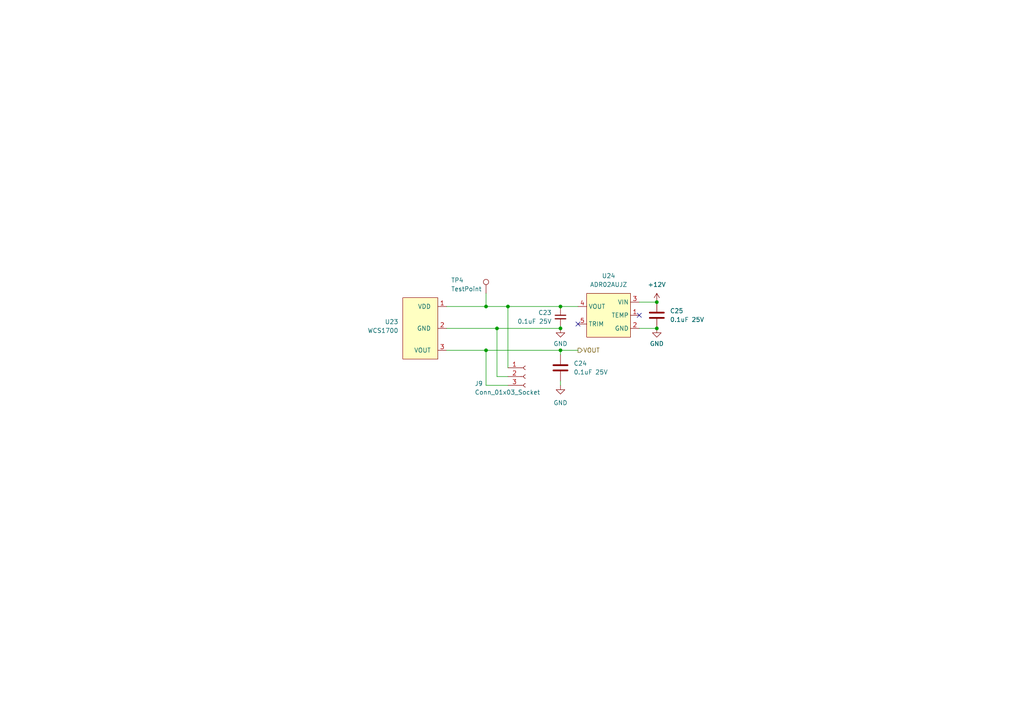
<source format=kicad_sch>
(kicad_sch (version 20230121) (generator eeschema)
  (paper "A4")
  (title_block (title "WCS1700 Calibrator") (date "2023-08-08") (rev "2.0") (comment 1 "Ed Katynski") (comment 2 "(PENDING REVIEW)"))
  (lib_symbols
    (symbol "Connector:Conn_01x03_Socket" (pin_names (offset 1.016) hide)
      (property "Reference" "J" (at 0 5.08 0))
      (property "Value" "Conn_01x03_Socket" (at 0 -5.08 0))
      (symbol "Conn_01x03_Socket_1_1"
        (arc (start 0 -2.032) (mid -0.5058 -2.54) (end 0 -3.048) (stroke (width 0.1524)))
        (polyline (pts (xy -1.27 -2.54) (xy -0.508 -2.54)) (stroke (width 0.1524)))
        (polyline (pts (xy -1.27 0) (xy -0.508 0)) (stroke (width 0.1524)))
        (polyline (pts (xy -1.27 2.54) (xy -0.508 2.54)) (stroke (width 0.1524)))
        (arc (start 0 0.508) (mid -0.5058 0) (end 0 -0.508) (stroke (width 0.1524)))
        (arc (start 0 3.048) (mid -0.5058 2.54) (end 0 2.032) (stroke (width 0.1524)))
        (pin passive line (at -5.08 2.54 0) (length 3.81) (name "Pin_1") (number "1"))
        (pin passive line (at -5.08 0 0) (length 3.81) (name "Pin_2") (number "2"))
        (pin passive line (at -5.08 -2.54 0) (length 3.81) (name "Pin_3") (number "3"))
      )
    )
    (symbol "Connector:TestPoint" (pin_numbers hide) (pin_names (offset 0.762) hide)
      (property "Reference" "TP" (at 0 6.858 0))
      (property "Value" "TestPoint" (at 0 5.08 0))
      (symbol "TestPoint_0_1"
        (circle (center 0 3.302) (radius 0.762))
      )
      (symbol "TestPoint_1_1"
        (pin passive line (at 0 0 90) (length 2.54) (name "1") (number "1"))
      )
    )
    (symbol "Device:C" (pin_numbers hide) (pin_names (offset 0.254))
      (property "Reference" "C" (at 0.635 2.54 0))
      (property "Value" "C" (at 0.635 -2.54 0))
      (symbol "C_0_1"
        (polyline (pts (xy -2.032 -0.762) (xy 2.032 -0.762)) (stroke (width 0.508)))
        (polyline (pts (xy -2.032 0.762) (xy 2.032 0.762)) (stroke (width 0.508)))
      )
      (symbol "C_1_1"
        (pin passive line (at 0 3.81 270) (length 2.794) (name "~") (number "1"))
        (pin passive line (at 0 -3.81 90) (length 2.794) (name "~") (number "2"))
      )
    )
    (symbol "Device:C_Small" (pin_numbers hide) (pin_names (offset 0.254) hide)
      (property "Reference" "C" (at 0.254 1.778 0))
      (property "Value" "C_Small" (at 0.254 -2.032 0))
      (symbol "C_Small_0_1"
        (polyline (pts (xy -1.524 -0.508) (xy 1.524 -0.508)) (stroke (width 0.3302)))
        (polyline (pts (xy -1.524 0.508) (xy 1.524 0.508)) (stroke (width 0.3048)))
      )
      (symbol "C_Small_1_1"
        (pin passive line (at 0 2.54 270) (length 2.032) (name "~") (number "1"))
        (pin passive line (at 0 -2.54 90) (length 2.032) (name "~") (number "2"))
      )
    )
    (symbol "Sensor_Hall_Effect:WCS1700" (pin_names (offset 2))
      (property "Reference" "U" (at 0 0 0))
      (property "Value" "WCS1700" (at 1.27 -2.54 0))
      (property "Application Note" "http://www.winson.com.tw/uploads/images/WCS%20Application%20note.pdf" (at 0 0 0))
      (symbol "WCS1700_0_1"
        (rectangle (start -7.62 -3.81) (end 10.16 -13.97) (fill (type background)))
      )
      (symbol "WCS1700_1_1"
        (pin power_in line (at -5.08 -16.51 90) (length 2.54) (name "VDD") (number "1"))
        (pin power_in line (at 1.27 -16.51 90) (length 2.54) (name "GND") (number "2"))
        (pin output line (at 7.62 -16.51 90) (length 2.54) (name "VOUT") (number "3"))
        (pin input line (at 1.27 -16.51 90) (length 2.54) hide (name "MP") (number "4"))
        (pin input line (at 1.27 -16.51 90) (length 2.54) hide (name "MP") (number "5"))
      )
    )
    (symbol "power:+12V" (power) (pin_names (offset 0))
      (property "Value" "+12V" (at 0 3.556 0))
      (symbol "+12V_0_1"
        (polyline (pts (xy -0.762 1.27) (xy 0 2.54)))
        (polyline (pts (xy 0 0) (xy 0 2.54)))
        (polyline (pts (xy 0 2.54) (xy 0.762 1.27)))
      )
      (symbol "+12V_1_1"
        (pin power_in line (at 0 0 90) (length 0) hide (name "+12V") (number "1"))
      )
    )
    (symbol "power:GND" (power) (pin_names (offset 0))
      (property "Value" "GND" (at 0 -3.81 0))
      (symbol "GND_0_1"
        (polyline (pts (xy 0 0) (xy 0 -1.27) (xy 1.27 -1.27) (xy 0 -2.54) (xy -1.27 -1.27) (xy 0 -1.27)))
      )
      (symbol "GND_1_1"
        (pin power_in line (at 0 0 270) (length 0) hide (name "GND") (number "1"))
      )
    )
    (symbol "v_ref:ADR02AUJZ"
      (property "Reference" "U" (at 0 3.81 0))
      (property "Value" "ADR02AUJZ" (at 0 1.27 0))
      (symbol "ADR02AUJZ_1_1"
        (rectangle (start -6.35 0) (end 6.35 -12.7) (fill (type background)))
        (pin input line (at -8.89 -6.35 0) (length 2.54) (name "TEMP") (number "1"))
        (pin power_in line (at -8.89 -10.16 0) (length 2.54) (name "GND") (number "2"))
        (pin power_in line (at -8.89 -2.54 0) (length 2.54) (name "VIN") (number "3"))
        (pin power_out line (at 8.89 -3.81 180) (length 2.54) (name "VOUT") (number "4"))
        (pin input line (at 8.89 -8.89 180) (length 2.54) (name "TRIM") (number "5"))
      )
    )
  )
  (junction (at 162.56 101.6))
  (junction (at 190.5 87.63))
  (junction (at 190.5 95.25))
  (junction (at 140.97 88.9))
  (junction (at 162.56 95.25))
  (junction (at 147.32 88.9))
  (junction (at 144.145 95.25))
  (junction (at 162.56 88.9))
  (junction (at 140.97 101.6))
  (no_connect (at 185.42 91.44))
  (no_connect (at 167.64 93.98))
  (wire (pts (xy 147.32 88.9) (xy 162.56 88.9)))
  (wire (pts (xy 147.32 88.9) (xy 147.32 106.68)))
  (wire (pts (xy 162.56 101.6) (xy 140.97 101.6)))
  (wire (pts (xy 162.56 88.9) (xy 167.64 88.9)))
  (wire (pts (xy 147.32 111.76) (xy 140.97 111.76)))
  (wire (pts (xy 140.97 88.9) (xy 147.32 88.9)))
  (wire (pts (xy 129.54 101.6) (xy 140.97 101.6)))
  (wire (pts (xy 144.145 109.22) (xy 144.145 95.25)))
  (wire (pts (xy 162.56 102.87) (xy 162.56 101.6)))
  (wire (pts (xy 140.97 85.09) (xy 140.97 88.9)))
  (wire (pts (xy 162.56 101.6) (xy 167.64 101.6)))
  (wire (pts (xy 129.54 88.9) (xy 140.97 88.9)))
  (wire (pts (xy 147.32 109.22) (xy 144.145 109.22)))
  (wire (pts (xy 140.97 111.76) (xy 140.97 101.6)))
  (wire (pts (xy 144.145 95.25) (xy 162.56 95.25)))
  (wire (pts (xy 162.56 88.9) (xy 162.56 89.408)))
  (wire (pts (xy 162.56 110.49) (xy 162.56 111.76)))
  (wire (pts (xy 129.54 95.25) (xy 144.145 95.25)))
  (wire (pts (xy 162.56 94.488) (xy 162.56 95.25)))
  (wire (pts (xy 185.42 87.63) (xy 190.5 87.63)))
  (wire (pts (xy 185.42 95.25) (xy 190.5 95.25)))
  (hierarchical_label "VOUT" (shape output) (at 167.64 101.6 0))
  (symbol (lib_id "v_ref:ADR02AUJZ") (at 176.53 85.09 0) (mirror y) (unit 1)
    (property "Reference" "U24" (at 176.53 80.01 0))
    (property "Value" "ADR02AUJZ" (at 176.53 82.55 0))
    (property "Footprint" "Package_TO_SOT_SMD:SOT-23-5_HandSoldering" (effects hide))
    (property "Datasheet" "https://www.analog.com/media/en/technical-documentation/data-sheets/ADR01_02_03_06.pdf" (effects hide))
    (instances (project "WCS1700_Calibrator" (path "" (reference "U24") (unit 1)) (path "" (reference "U18") (unit 1)) (path "" (reference "U20") (unit 1)) (path "" (reference "U26") (unit 1)) (path "" (reference "U22") (unit 1)) (path "" (reference "U28") (unit 1))))
  )
  (symbol (lib_id "Sensor_Hall_Effect:WCS1700") (at 113.03 93.98 90) (mirror x) (unit 1)
    (property "Reference" "U23" (at 115.57 93.345 90) (effects (justify left)))
    (property "Value" "WCS1700" (at 115.57 95.885 90) (effects (justify left)))
    (property "Footprint" "Sensor_Hall_Effect:WCS1700" (effects hide))
    (property "Datasheet" "http://www.winson.com.tw/uploads/images/WCS1700.pdf" (effects hide))
    (property "Application Note" "http://www.winson.com.tw/uploads/images/WCS%20Application%20note.pdf" (effects hide))
    (instances (project "WCS1700_Calibrator" (path "" (reference "U23") (unit 1)) (path "" (reference "U17") (unit 1)) (path "" (reference "U19") (unit 1)) (path "" (reference "U25") (unit 1)) (path "" (reference "U21") (unit 1)) (path "" (reference "U27") (unit 1))))
  )
  (symbol (lib_id "power:GND") (at 190.5 95.25 0) (mirror y) (unit 1)
    (property "Reference" "#PWR087" (effects hide))
    (property "Value" "GND" (at 190.5 99.695 0))
    (instances (project "WCS1700_Calibrator" (path "" (reference "#PWR087") (unit 1)) (path "" (reference "#PWR075") (unit 1)) (path "" (reference "#PWR079") (unit 1)) (path "" (reference "#PWR091") (unit 1)) (path "" (reference "#PWR083") (unit 1)) (path "" (reference "#PWR095") (unit 1))))
  )
  (symbol (lib_id "power:+12V") (at 190.5 87.63 0) (unit 1)
    (property "Reference" "#PWR086" (effects hide))
    (property "Value" "+12V" (at 190.5 82.55 0))
    (instances (project "WCS1700_Calibrator" (path "" (reference "#PWR086") (unit 1)) (path "" (reference "#PWR074") (unit 1)) (path "" (reference "#PWR078") (unit 1)) (path "" (reference "#PWR090") (unit 1)) (path "" (reference "#PWR082") (unit 1)) (path "" (reference "#PWR094") (unit 1))))
  )
  (symbol (lib_id "power:GND") (at 162.56 95.25 0) (mirror y) (unit 1)
    (property "Reference" "#PWR084" (effects hide))
    (property "Value" "GND" (at 162.56 99.695 0))
    (instances (project "WCS1700_Calibrator" (path "" (reference "#PWR084") (unit 1)) (path "" (reference "#PWR072") (unit 1)) (path "" (reference "#PWR076") (unit 1)) (path "" (reference "#PWR088") (unit 1)) (path "" (reference "#PWR080") (unit 1)) (path "" (reference "#PWR092") (unit 1))))
  )
  (symbol (lib_id "Connector:TestPoint") (at 140.97 85.09 0) (mirror y) (unit 1)
    (property "Reference" "TP4" (at 130.81 81.28 0) (effects (justify right)))
    (property "Value" "TestPoint" (at 130.81 83.82 0) (effects (justify right)))
    (property "Footprint" "TestPoint:TestPoint_Pad_D1.0mm" (effects hide))
    (instances (project "WCS1700_Calibrator" (path "" (reference "TP4") (unit 1)) (path "" (reference "TP1") (unit 1)) (path "" (reference "TP2") (unit 1)) (path "" (reference "TP5") (unit 1)) (path "" (reference "TP3") (unit 1)) (path "" (reference "TP6") (unit 1))))
  )
  (symbol (lib_id "Device:C") (at 190.5 91.44 0) (unit 1)
    (property "Reference" "C25" (at 194.31 90.1699 0) (effects (justify left)))
    (property "Value" "0.1uF 25V" (at 194.31 92.7099 0) (effects (justify left)))
    (property "Footprint" "Capacitor_SMD:C_0402_1005Metric_Pad0.74x0.62mm_HandSolder" (effects hide))
    (instances (project "WCS1700_Calibrator" (path "" (reference "C25") (unit 1)) (path "" (reference "C16") (unit 1)) (path "" (reference "C19") (unit 1)) (path "" (reference "C28") (unit 1)) (path "" (reference "C22") (unit 1)) (path "" (reference "C31") (unit 1))))
  )
  (symbol (lib_id "Device:C_Small") (at 162.56 91.948 0) (mirror y) (unit 1)
    (property "Reference" "C23" (at 160.02 90.6843 0) (effects (justify left)))
    (property "Value" "0.1uF 25V" (at 160.02 93.2243 0) (effects (justify left)))
    (property "Footprint" "Capacitor_SMD:C_0402_1005Metric_Pad0.74x0.62mm_HandSolder" (effects hide))
    (instances (project "WCS1700_Calibrator" (path "" (reference "C23") (unit 1)) (path "" (reference "C14") (unit 1)) (path "" (reference "C17") (unit 1)) (path "" (reference "C26") (unit 1)) (path "" (reference "C20") (unit 1)) (path "" (reference "C29") (unit 1))))
  )
  (symbol (lib_id "Connector:Conn_01x03_Socket") (at 152.4 109.22 0) (unit 1)
    (property "Reference" "J9" (at 137.668 111.252 0) (effects (justify left)))
    (property "Value" "Conn_01x03_Socket" (at 137.668 113.792 0) (effects (justify left)))
    (property "Footprint" "Connector_PinSocket_1.27mm:PinSocket_1x03_P1.27mm_Vertical" (effects hide))
    (instances (project "WCS1700_Calibrator" (path "" (reference "J9") (unit 1)) (path "" (reference "J6") (unit 1)) (path "" (reference "J7") (unit 1)) (path "" (reference "J10") (unit 1)) (path "" (reference "J8") (unit 1)) (path "" (reference "J11") (unit 1))))
  )
  (symbol (lib_id "power:GND") (at 162.56 111.76 0) (unit 1)
    (property "Reference" "#PWR085" (effects hide))
    (property "Value" "GND" (at 162.56 116.84 0))
    (instances (project "WCS1700_Calibrator" (path "" (reference "#PWR085") (unit 1)) (path "" (reference "#PWR073") (unit 1)) (path "" (reference "#PWR077") (unit 1)) (path "" (reference "#PWR089") (unit 1)) (path "" (reference "#PWR081") (unit 1)) (path "" (reference "#PWR093") (unit 1))))
  )
  (symbol (lib_id "Device:C") (at 162.56 106.68 0) (unit 1)
    (property "Reference" "C24" (at 166.37 105.4099 0) (effects (justify left)))
    (property "Value" "0.1uF 25V" (at 166.37 107.9499 0) (effects (justify left)))
    (property "Footprint" "Capacitor_SMD:C_0402_1005Metric_Pad0.74x0.62mm_HandSolder" (effects hide))
    (instances (project "WCS1700_Calibrator" (path "" (reference "C24") (unit 1)) (path "" (reference "C15") (unit 1)) (path "" (reference "C18") (unit 1)) (path "" (reference "C27") (unit 1)) (path "" (reference "C21") (unit 1)) (path "" (reference "C30") (unit 1))))
  )
)
</source>
